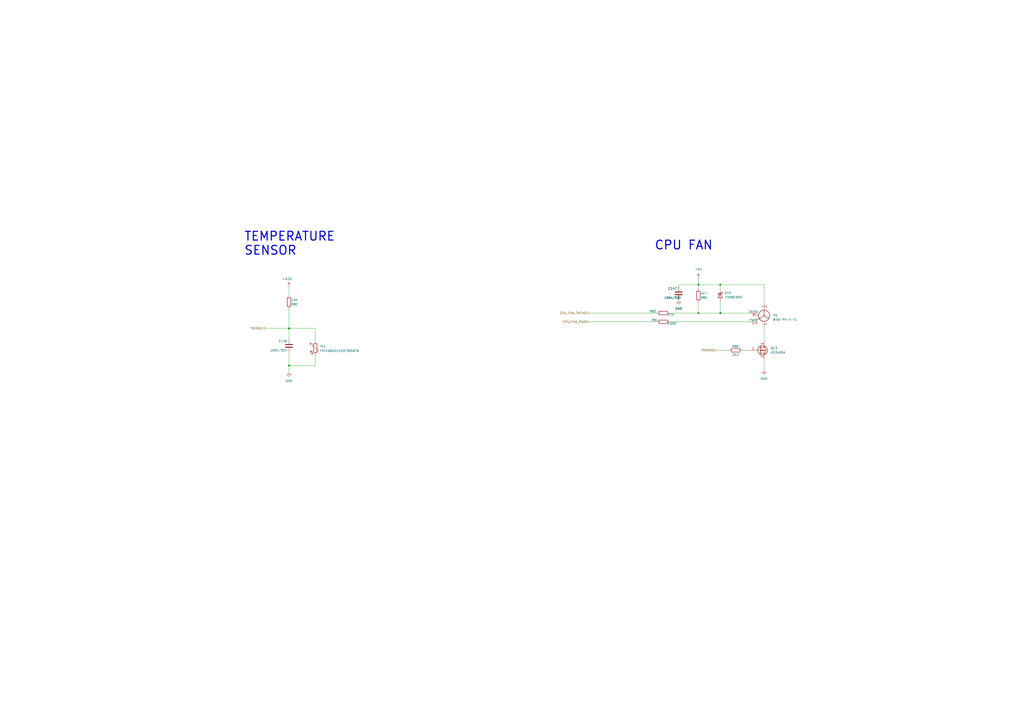
<source format=kicad_sch>
(kicad_sch
	(version 20250114)
	(generator "eeschema")
	(generator_version "9.0")
	(uuid "3da57c5b-4242-447a-8e1a-9766256cb8c1")
	(paper "A2")
	(title_block
		(title "LattePanda Mu Console")
		(date "2025-07-30")
		(rev "V1.0")
	)
	(lib_symbols
		(symbol "Device:C"
			(pin_numbers
				(hide yes)
			)
			(pin_names
				(offset 0.254)
			)
			(exclude_from_sim no)
			(in_bom yes)
			(on_board yes)
			(property "Reference" "C"
				(at 0.635 2.54 0)
				(effects
					(font
						(size 1.27 1.27)
					)
					(justify left)
				)
			)
			(property "Value" "C"
				(at 0.635 -2.54 0)
				(effects
					(font
						(size 1.27 1.27)
					)
					(justify left)
				)
			)
			(property "Footprint" ""
				(at 0.9652 -3.81 0)
				(effects
					(font
						(size 1.27 1.27)
					)
					(hide yes)
				)
			)
			(property "Datasheet" "~"
				(at 0 0 0)
				(effects
					(font
						(size 1.27 1.27)
					)
					(hide yes)
				)
			)
			(property "Description" "Unpolarized capacitor"
				(at 0 0 0)
				(effects
					(font
						(size 1.27 1.27)
					)
					(hide yes)
				)
			)
			(property "ki_keywords" "cap capacitor"
				(at 0 0 0)
				(effects
					(font
						(size 1.27 1.27)
					)
					(hide yes)
				)
			)
			(property "ki_fp_filters" "C_*"
				(at 0 0 0)
				(effects
					(font
						(size 1.27 1.27)
					)
					(hide yes)
				)
			)
			(symbol "C_0_1"
				(polyline
					(pts
						(xy -2.032 0.762) (xy 2.032 0.762)
					)
					(stroke
						(width 0.508)
						(type default)
					)
					(fill
						(type none)
					)
				)
				(polyline
					(pts
						(xy -2.032 -0.762) (xy 2.032 -0.762)
					)
					(stroke
						(width 0.508)
						(type default)
					)
					(fill
						(type none)
					)
				)
			)
			(symbol "C_1_1"
				(pin passive line
					(at 0 3.81 270)
					(length 2.794)
					(name "~"
						(effects
							(font
								(size 1.27 1.27)
							)
						)
					)
					(number "1"
						(effects
							(font
								(size 1.27 1.27)
							)
						)
					)
				)
				(pin passive line
					(at 0 -3.81 90)
					(length 2.794)
					(name "~"
						(effects
							(font
								(size 1.27 1.27)
							)
						)
					)
					(number "2"
						(effects
							(font
								(size 1.27 1.27)
							)
						)
					)
				)
			)
			(embedded_fonts no)
		)
		(symbol "Device:R"
			(pin_numbers
				(hide yes)
			)
			(pin_names
				(offset 0)
			)
			(exclude_from_sim no)
			(in_bom yes)
			(on_board yes)
			(property "Reference" "R"
				(at 2.032 0 90)
				(effects
					(font
						(size 1.27 1.27)
					)
				)
			)
			(property "Value" "R"
				(at 0 0 90)
				(effects
					(font
						(size 1.27 1.27)
					)
				)
			)
			(property "Footprint" ""
				(at -1.778 0 90)
				(effects
					(font
						(size 1.27 1.27)
					)
					(hide yes)
				)
			)
			(property "Datasheet" "~"
				(at 0 0 0)
				(effects
					(font
						(size 1.27 1.27)
					)
					(hide yes)
				)
			)
			(property "Description" "Resistor"
				(at 0 0 0)
				(effects
					(font
						(size 1.27 1.27)
					)
					(hide yes)
				)
			)
			(property "ki_keywords" "R res resistor"
				(at 0 0 0)
				(effects
					(font
						(size 1.27 1.27)
					)
					(hide yes)
				)
			)
			(property "ki_fp_filters" "R_*"
				(at 0 0 0)
				(effects
					(font
						(size 1.27 1.27)
					)
					(hide yes)
				)
			)
			(symbol "R_0_1"
				(rectangle
					(start -1.016 -2.54)
					(end 1.016 2.54)
					(stroke
						(width 0.254)
						(type default)
					)
					(fill
						(type none)
					)
				)
			)
			(symbol "R_1_1"
				(pin passive line
					(at 0 3.81 270)
					(length 1.27)
					(name "~"
						(effects
							(font
								(size 1.27 1.27)
							)
						)
					)
					(number "1"
						(effects
							(font
								(size 1.27 1.27)
							)
						)
					)
				)
				(pin passive line
					(at 0 -3.81 90)
					(length 1.27)
					(name "~"
						(effects
							(font
								(size 1.27 1.27)
							)
						)
					)
					(number "2"
						(effects
							(font
								(size 1.27 1.27)
							)
						)
					)
				)
			)
			(embedded_fonts no)
		)
		(symbol "Device:Thermistor_NTC"
			(pin_numbers
				(hide yes)
			)
			(pin_names
				(offset 0)
			)
			(exclude_from_sim no)
			(in_bom yes)
			(on_board yes)
			(property "Reference" "TH"
				(at -4.445 0 90)
				(effects
					(font
						(size 1.27 1.27)
					)
				)
			)
			(property "Value" "Thermistor_NTC"
				(at 3.175 0 90)
				(effects
					(font
						(size 1.27 1.27)
					)
				)
			)
			(property "Footprint" ""
				(at 0 1.27 0)
				(effects
					(font
						(size 1.27 1.27)
					)
					(hide yes)
				)
			)
			(property "Datasheet" "~"
				(at 0 1.27 0)
				(effects
					(font
						(size 1.27 1.27)
					)
					(hide yes)
				)
			)
			(property "Description" "Temperature dependent resistor, negative temperature coefficient"
				(at 0 0 0)
				(effects
					(font
						(size 1.27 1.27)
					)
					(hide yes)
				)
			)
			(property "ki_keywords" "thermistor NTC resistor sensor RTD"
				(at 0 0 0)
				(effects
					(font
						(size 1.27 1.27)
					)
					(hide yes)
				)
			)
			(property "ki_fp_filters" "*NTC* *Thermistor* PIN?ARRAY* bornier* *Terminal?Block* R_*"
				(at 0 0 0)
				(effects
					(font
						(size 1.27 1.27)
					)
					(hide yes)
				)
			)
			(symbol "Thermistor_NTC_0_1"
				(arc
					(start -3.175 2.413)
					(mid -3.0506 2.3165)
					(end -3.048 2.159)
					(stroke
						(width 0)
						(type default)
					)
					(fill
						(type none)
					)
				)
				(arc
					(start -3.048 2.794)
					(mid -2.9736 2.9736)
					(end -2.794 3.048)
					(stroke
						(width 0)
						(type default)
					)
					(fill
						(type none)
					)
				)
				(arc
					(start -2.794 3.048)
					(mid -2.6144 2.9736)
					(end -2.54 2.794)
					(stroke
						(width 0)
						(type default)
					)
					(fill
						(type none)
					)
				)
				(arc
					(start -2.794 2.54)
					(mid -2.9736 2.6144)
					(end -3.048 2.794)
					(stroke
						(width 0)
						(type default)
					)
					(fill
						(type none)
					)
				)
				(arc
					(start -2.794 1.905)
					(mid -2.9736 1.9794)
					(end -3.048 2.159)
					(stroke
						(width 0)
						(type default)
					)
					(fill
						(type none)
					)
				)
				(arc
					(start -2.54 2.159)
					(mid -2.6144 1.9794)
					(end -2.794 1.905)
					(stroke
						(width 0)
						(type default)
					)
					(fill
						(type none)
					)
				)
				(arc
					(start -2.159 2.794)
					(mid -2.434 2.5608)
					(end -2.794 2.54)
					(stroke
						(width 0)
						(type default)
					)
					(fill
						(type none)
					)
				)
				(polyline
					(pts
						(xy -2.54 2.159) (xy -2.54 2.794)
					)
					(stroke
						(width 0)
						(type default)
					)
					(fill
						(type none)
					)
				)
				(polyline
					(pts
						(xy -2.54 -3.683) (xy -2.54 -1.397) (xy -2.794 -2.159) (xy -2.286 -2.159) (xy -2.54 -1.397) (xy -2.54 -1.651)
					)
					(stroke
						(width 0)
						(type default)
					)
					(fill
						(type outline)
					)
				)
				(polyline
					(pts
						(xy -1.778 2.54) (xy -1.778 1.524) (xy 1.778 -1.524) (xy 1.778 -2.54)
					)
					(stroke
						(width 0)
						(type default)
					)
					(fill
						(type none)
					)
				)
				(polyline
					(pts
						(xy -1.778 -1.397) (xy -1.778 -3.683) (xy -2.032 -2.921) (xy -1.524 -2.921) (xy -1.778 -3.683)
						(xy -1.778 -3.429)
					)
					(stroke
						(width 0)
						(type default)
					)
					(fill
						(type outline)
					)
				)
				(rectangle
					(start -1.016 2.54)
					(end 1.016 -2.54)
					(stroke
						(width 0.254)
						(type default)
					)
					(fill
						(type none)
					)
				)
			)
			(symbol "Thermistor_NTC_1_1"
				(pin passive line
					(at 0 3.81 270)
					(length 1.27)
					(name "~"
						(effects
							(font
								(size 1.27 1.27)
							)
						)
					)
					(number "1"
						(effects
							(font
								(size 1.27 1.27)
							)
						)
					)
				)
				(pin passive line
					(at 0 -3.81 90)
					(length 1.27)
					(name "~"
						(effects
							(font
								(size 1.27 1.27)
							)
						)
					)
					(number "2"
						(effects
							(font
								(size 1.27 1.27)
							)
						)
					)
				)
			)
			(embedded_fonts no)
		)
		(symbol "Diode:1N5819WS"
			(pin_numbers
				(hide yes)
			)
			(pin_names
				(offset 1.016)
				(hide yes)
			)
			(exclude_from_sim no)
			(in_bom yes)
			(on_board yes)
			(property "Reference" "D"
				(at 0 2.54 0)
				(effects
					(font
						(size 1.27 1.27)
					)
				)
			)
			(property "Value" "1N5819WS"
				(at 0 -2.54 0)
				(effects
					(font
						(size 1.27 1.27)
					)
				)
			)
			(property "Footprint" "Diode_SMD:D_SOD-323"
				(at 0 -4.445 0)
				(effects
					(font
						(size 1.27 1.27)
					)
					(hide yes)
				)
			)
			(property "Datasheet" "https://datasheet.lcsc.com/lcsc/2204281430_Guangdong-Hottech-1N5819WS_C191023.pdf"
				(at 0 0 0)
				(effects
					(font
						(size 1.27 1.27)
					)
					(hide yes)
				)
			)
			(property "Description" "40V 600mV@1A 1A SOD-323 Schottky Barrier Diodes, SOD-323"
				(at 0 0 0)
				(effects
					(font
						(size 1.27 1.27)
					)
					(hide yes)
				)
			)
			(property "ki_keywords" "diode Schottky"
				(at 0 0 0)
				(effects
					(font
						(size 1.27 1.27)
					)
					(hide yes)
				)
			)
			(property "ki_fp_filters" "D*SOD?323*"
				(at 0 0 0)
				(effects
					(font
						(size 1.27 1.27)
					)
					(hide yes)
				)
			)
			(symbol "1N5819WS_0_1"
				(polyline
					(pts
						(xy -1.905 0.635) (xy -1.905 1.27) (xy -1.27 1.27) (xy -1.27 -1.27) (xy -0.635 -1.27) (xy -0.635 -0.635)
					)
					(stroke
						(width 0.254)
						(type default)
					)
					(fill
						(type none)
					)
				)
				(polyline
					(pts
						(xy 1.27 1.27) (xy 1.27 -1.27) (xy -1.27 0) (xy 1.27 1.27)
					)
					(stroke
						(width 0.254)
						(type default)
					)
					(fill
						(type none)
					)
				)
				(polyline
					(pts
						(xy 1.27 0) (xy -1.27 0)
					)
					(stroke
						(width 0)
						(type default)
					)
					(fill
						(type none)
					)
				)
			)
			(symbol "1N5819WS_1_1"
				(pin passive line
					(at -3.81 0 0)
					(length 2.54)
					(name "K"
						(effects
							(font
								(size 1.27 1.27)
							)
						)
					)
					(number "1"
						(effects
							(font
								(size 1.27 1.27)
							)
						)
					)
				)
				(pin passive line
					(at 3.81 0 180)
					(length 2.54)
					(name "A"
						(effects
							(font
								(size 1.27 1.27)
							)
						)
					)
					(number "2"
						(effects
							(font
								(size 1.27 1.27)
							)
						)
					)
				)
			)
			(embedded_fonts no)
		)
		(symbol "Motor:Fan_4pin"
			(pin_names
				(offset 0)
			)
			(exclude_from_sim no)
			(in_bom yes)
			(on_board yes)
			(property "Reference" "M"
				(at 2.54 5.08 0)
				(effects
					(font
						(size 1.27 1.27)
					)
					(justify left)
				)
			)
			(property "Value" "Fan_4pin"
				(at 2.54 -2.54 0)
				(effects
					(font
						(size 1.27 1.27)
					)
					(justify left top)
				)
			)
			(property "Footprint" ""
				(at 0 0.254 0)
				(effects
					(font
						(size 1.27 1.27)
					)
					(hide yes)
				)
			)
			(property "Datasheet" "http://www.formfactors.org/developer%5Cspecs%5Crev1_2_public.pdf"
				(at 0 0.254 0)
				(effects
					(font
						(size 1.27 1.27)
					)
					(hide yes)
				)
			)
			(property "Description" "Fan, tacho output, PWM input, 4-pin connector"
				(at 0 0 0)
				(effects
					(font
						(size 1.27 1.27)
					)
					(hide yes)
				)
			)
			(property "ki_keywords" "Fan Motor tacho PWM"
				(at 0 0 0)
				(effects
					(font
						(size 1.27 1.27)
					)
					(hide yes)
				)
			)
			(property "ki_fp_filters" "FanPinHeader*P2.54mm*Vertical* PinHeader*P2.54mm*Vertical* TerminalBlock*"
				(at 0 0 0)
				(effects
					(font
						(size 1.27 1.27)
					)
					(hide yes)
				)
			)
			(symbol "Fan_4pin_0_0"
				(polyline
					(pts
						(xy -5.08 2.032) (xy -5.334 2.159)
					)
					(stroke
						(width 0)
						(type default)
					)
					(fill
						(type none)
					)
				)
				(polyline
					(pts
						(xy -5.08 2.032) (xy -5.207 1.778)
					)
					(stroke
						(width 0)
						(type default)
					)
					(fill
						(type none)
					)
				)
				(arc
					(start -4.572 1.524)
					(mid -5.08 1.0182)
					(end -5.588 1.524)
					(stroke
						(width 0)
						(type default)
					)
					(fill
						(type none)
					)
				)
				(arc
					(start -5.588 1.524)
					(mid -5.4392 1.8832)
					(end -5.08 2.032)
					(stroke
						(width 0)
						(type default)
					)
					(fill
						(type none)
					)
				)
				(polyline
					(pts
						(xy -4.064 2.54) (xy -4.064 1.016) (xy -3.302 1.016)
					)
					(stroke
						(width 0)
						(type default)
					)
					(fill
						(type none)
					)
				)
			)
			(symbol "Fan_4pin_0_1"
				(polyline
					(pts
						(xy -5.334 -3.302) (xy -5.08 -3.302) (xy -5.08 -3.048) (xy -4.826 -3.048) (xy -4.826 -3.302) (xy -4.318 -3.302)
						(xy -4.318 -3.048) (xy -4.064 -3.048) (xy -4.064 -3.302) (xy -3.556 -3.302)
					)
					(stroke
						(width 0)
						(type default)
					)
					(fill
						(type none)
					)
				)
				(polyline
					(pts
						(xy -4.064 2.54) (xy -5.08 2.54)
					)
					(stroke
						(width 0)
						(type default)
					)
					(fill
						(type none)
					)
				)
				(polyline
					(pts
						(xy -2.54 -1.016) (xy -4.064 -1.016) (xy -4.064 -2.54) (xy -5.08 -2.54)
					)
					(stroke
						(width 0)
						(type default)
					)
					(fill
						(type none)
					)
				)
				(arc
					(start 0 3.81)
					(mid -0.0015 0.9048)
					(end -2.54 -0.508)
					(stroke
						(width 0)
						(type default)
					)
					(fill
						(type none)
					)
				)
				(polyline
					(pts
						(xy 0 4.572) (xy 0 5.08)
					)
					(stroke
						(width 0)
						(type default)
					)
					(fill
						(type none)
					)
				)
				(polyline
					(pts
						(xy 0 4.2672) (xy 0 4.6228)
					)
					(stroke
						(width 0)
						(type default)
					)
					(fill
						(type none)
					)
				)
				(circle
					(center 0 1.016)
					(radius 3.2512)
					(stroke
						(width 0.254)
						(type default)
					)
					(fill
						(type none)
					)
				)
				(arc
					(start -2.54 -0.508)
					(mid 0 1.0618)
					(end 2.54 -0.508)
					(stroke
						(width 0)
						(type default)
					)
					(fill
						(type none)
					)
				)
				(polyline
					(pts
						(xy 0 -2.2352) (xy 0 -2.6416)
					)
					(stroke
						(width 0)
						(type default)
					)
					(fill
						(type none)
					)
				)
				(polyline
					(pts
						(xy 0 -5.08) (xy 0 -4.572)
					)
					(stroke
						(width 0)
						(type default)
					)
					(fill
						(type none)
					)
				)
				(arc
					(start 2.54 -0.508)
					(mid 0.047 0.9315)
					(end 0 3.81)
					(stroke
						(width 0)
						(type default)
					)
					(fill
						(type none)
					)
				)
			)
			(symbol "Fan_4pin_1_1"
				(pin passive line
					(at -7.62 2.54 0)
					(length 2.54)
					(name "Tacho"
						(effects
							(font
								(size 1.27 1.27)
							)
						)
					)
					(number "3"
						(effects
							(font
								(size 1.27 1.27)
							)
						)
					)
				)
				(pin input line
					(at -7.62 -2.54 0)
					(length 2.54)
					(name "PWM"
						(effects
							(font
								(size 1.27 1.27)
							)
						)
					)
					(number "4"
						(effects
							(font
								(size 1.27 1.27)
							)
						)
					)
				)
				(pin passive line
					(at 0 7.62 270)
					(length 2.54)
					(name "+"
						(effects
							(font
								(size 1.27 1.27)
							)
						)
					)
					(number "2"
						(effects
							(font
								(size 1.27 1.27)
							)
						)
					)
				)
				(pin passive line
					(at 0 -5.08 90)
					(length 2.54)
					(name "-"
						(effects
							(font
								(size 1.27 1.27)
							)
						)
					)
					(number "1"
						(effects
							(font
								(size 1.27 1.27)
							)
						)
					)
				)
			)
			(embedded_fonts no)
		)
		(symbol "Transistor_FET:AO3400A"
			(pin_names
				(hide yes)
			)
			(exclude_from_sim no)
			(in_bom yes)
			(on_board yes)
			(property "Reference" "Q"
				(at 5.08 1.905 0)
				(effects
					(font
						(size 1.27 1.27)
					)
					(justify left)
				)
			)
			(property "Value" "AO3400A"
				(at 5.08 0 0)
				(effects
					(font
						(size 1.27 1.27)
					)
					(justify left)
				)
			)
			(property "Footprint" "Package_TO_SOT_SMD:SOT-23"
				(at 5.08 -1.905 0)
				(effects
					(font
						(size 1.27 1.27)
						(italic yes)
					)
					(justify left)
					(hide yes)
				)
			)
			(property "Datasheet" "http://www.aosmd.com/pdfs/datasheet/AO3400A.pdf"
				(at 5.08 -3.81 0)
				(effects
					(font
						(size 1.27 1.27)
					)
					(justify left)
					(hide yes)
				)
			)
			(property "Description" "30V Vds, 5.7A Id, N-Channel MOSFET, SOT-23"
				(at 0 0 0)
				(effects
					(font
						(size 1.27 1.27)
					)
					(hide yes)
				)
			)
			(property "ki_keywords" "N-Channel MOSFET"
				(at 0 0 0)
				(effects
					(font
						(size 1.27 1.27)
					)
					(hide yes)
				)
			)
			(property "ki_fp_filters" "SOT?23*"
				(at 0 0 0)
				(effects
					(font
						(size 1.27 1.27)
					)
					(hide yes)
				)
			)
			(symbol "AO3400A_0_1"
				(polyline
					(pts
						(xy 0.254 1.905) (xy 0.254 -1.905)
					)
					(stroke
						(width 0.254)
						(type default)
					)
					(fill
						(type none)
					)
				)
				(polyline
					(pts
						(xy 0.254 0) (xy -2.54 0)
					)
					(stroke
						(width 0)
						(type default)
					)
					(fill
						(type none)
					)
				)
				(polyline
					(pts
						(xy 0.762 2.286) (xy 0.762 1.27)
					)
					(stroke
						(width 0.254)
						(type default)
					)
					(fill
						(type none)
					)
				)
				(polyline
					(pts
						(xy 0.762 0.508) (xy 0.762 -0.508)
					)
					(stroke
						(width 0.254)
						(type default)
					)
					(fill
						(type none)
					)
				)
				(polyline
					(pts
						(xy 0.762 -1.27) (xy 0.762 -2.286)
					)
					(stroke
						(width 0.254)
						(type default)
					)
					(fill
						(type none)
					)
				)
				(polyline
					(pts
						(xy 0.762 -1.778) (xy 3.302 -1.778) (xy 3.302 1.778) (xy 0.762 1.778)
					)
					(stroke
						(width 0)
						(type default)
					)
					(fill
						(type none)
					)
				)
				(polyline
					(pts
						(xy 1.016 0) (xy 2.032 0.381) (xy 2.032 -0.381) (xy 1.016 0)
					)
					(stroke
						(width 0)
						(type default)
					)
					(fill
						(type outline)
					)
				)
				(circle
					(center 1.651 0)
					(radius 2.794)
					(stroke
						(width 0.254)
						(type default)
					)
					(fill
						(type none)
					)
				)
				(polyline
					(pts
						(xy 2.54 2.54) (xy 2.54 1.778)
					)
					(stroke
						(width 0)
						(type default)
					)
					(fill
						(type none)
					)
				)
				(circle
					(center 2.54 1.778)
					(radius 0.254)
					(stroke
						(width 0)
						(type default)
					)
					(fill
						(type outline)
					)
				)
				(circle
					(center 2.54 -1.778)
					(radius 0.254)
					(stroke
						(width 0)
						(type default)
					)
					(fill
						(type outline)
					)
				)
				(polyline
					(pts
						(xy 2.54 -2.54) (xy 2.54 0) (xy 0.762 0)
					)
					(stroke
						(width 0)
						(type default)
					)
					(fill
						(type none)
					)
				)
				(polyline
					(pts
						(xy 2.794 0.508) (xy 2.921 0.381) (xy 3.683 0.381) (xy 3.81 0.254)
					)
					(stroke
						(width 0)
						(type default)
					)
					(fill
						(type none)
					)
				)
				(polyline
					(pts
						(xy 3.302 0.381) (xy 2.921 -0.254) (xy 3.683 -0.254) (xy 3.302 0.381)
					)
					(stroke
						(width 0)
						(type default)
					)
					(fill
						(type none)
					)
				)
			)
			(symbol "AO3400A_1_1"
				(pin input line
					(at -5.08 0 0)
					(length 2.54)
					(name "G"
						(effects
							(font
								(size 1.27 1.27)
							)
						)
					)
					(number "1"
						(effects
							(font
								(size 1.27 1.27)
							)
						)
					)
				)
				(pin passive line
					(at 2.54 5.08 270)
					(length 2.54)
					(name "D"
						(effects
							(font
								(size 1.27 1.27)
							)
						)
					)
					(number "3"
						(effects
							(font
								(size 1.27 1.27)
							)
						)
					)
				)
				(pin passive line
					(at 2.54 -5.08 90)
					(length 2.54)
					(name "S"
						(effects
							(font
								(size 1.27 1.27)
							)
						)
					)
					(number "2"
						(effects
							(font
								(size 1.27 1.27)
							)
						)
					)
				)
			)
			(embedded_fonts no)
		)
		(symbol "power:+5V"
			(power)
			(pin_numbers
				(hide yes)
			)
			(pin_names
				(offset 0)
				(hide yes)
			)
			(exclude_from_sim no)
			(in_bom yes)
			(on_board yes)
			(property "Reference" "#PWR"
				(at 0 -3.81 0)
				(effects
					(font
						(size 1.27 1.27)
					)
					(hide yes)
				)
			)
			(property "Value" "+5V"
				(at 0 3.556 0)
				(effects
					(font
						(size 1.27 1.27)
					)
				)
			)
			(property "Footprint" ""
				(at 0 0 0)
				(effects
					(font
						(size 1.27 1.27)
					)
					(hide yes)
				)
			)
			(property "Datasheet" ""
				(at 0 0 0)
				(effects
					(font
						(size 1.27 1.27)
					)
					(hide yes)
				)
			)
			(property "Description" "Power symbol creates a global label with name \"+5V\""
				(at 0 0 0)
				(effects
					(font
						(size 1.27 1.27)
					)
					(hide yes)
				)
			)
			(property "ki_keywords" "global power"
				(at 0 0 0)
				(effects
					(font
						(size 1.27 1.27)
					)
					(hide yes)
				)
			)
			(symbol "+5V_0_1"
				(polyline
					(pts
						(xy -0.762 1.27) (xy 0 2.54)
					)
					(stroke
						(width 0)
						(type default)
					)
					(fill
						(type none)
					)
				)
				(polyline
					(pts
						(xy 0 2.54) (xy 0.762 1.27)
					)
					(stroke
						(width 0)
						(type default)
					)
					(fill
						(type none)
					)
				)
				(polyline
					(pts
						(xy 0 0) (xy 0 2.54)
					)
					(stroke
						(width 0)
						(type default)
					)
					(fill
						(type none)
					)
				)
			)
			(symbol "+5V_1_1"
				(pin power_in line
					(at 0 0 90)
					(length 0)
					(name "~"
						(effects
							(font
								(size 1.27 1.27)
							)
						)
					)
					(number "1"
						(effects
							(font
								(size 1.27 1.27)
							)
						)
					)
				)
			)
			(embedded_fonts no)
		)
		(symbol "power:GND"
			(power)
			(pin_numbers
				(hide yes)
			)
			(pin_names
				(offset 0)
				(hide yes)
			)
			(exclude_from_sim no)
			(in_bom yes)
			(on_board yes)
			(property "Reference" "#PWR"
				(at 0 -6.35 0)
				(effects
					(font
						(size 1.27 1.27)
					)
					(hide yes)
				)
			)
			(property "Value" "GND"
				(at 0 -3.81 0)
				(effects
					(font
						(size 1.27 1.27)
					)
				)
			)
			(property "Footprint" ""
				(at 0 0 0)
				(effects
					(font
						(size 1.27 1.27)
					)
					(hide yes)
				)
			)
			(property "Datasheet" ""
				(at 0 0 0)
				(effects
					(font
						(size 1.27 1.27)
					)
					(hide yes)
				)
			)
			(property "Description" "Power symbol creates a global label with name \"GND\" , ground"
				(at 0 0 0)
				(effects
					(font
						(size 1.27 1.27)
					)
					(hide yes)
				)
			)
			(property "ki_keywords" "global power"
				(at 0 0 0)
				(effects
					(font
						(size 1.27 1.27)
					)
					(hide yes)
				)
			)
			(symbol "GND_0_1"
				(polyline
					(pts
						(xy 0 0) (xy 0 -1.27) (xy 1.27 -1.27) (xy 0 -2.54) (xy -1.27 -1.27) (xy 0 -1.27)
					)
					(stroke
						(width 0)
						(type default)
					)
					(fill
						(type none)
					)
				)
			)
			(symbol "GND_1_1"
				(pin power_in line
					(at 0 0 270)
					(length 0)
					(name "~"
						(effects
							(font
								(size 1.27 1.27)
							)
						)
					)
					(number "1"
						(effects
							(font
								(size 1.27 1.27)
							)
						)
					)
				)
			)
			(embedded_fonts no)
		)
	)
	(text "TEMPERATURE\nSENSOR"
		(exclude_from_sim no)
		(at 141.478 148.336 0)
		(effects
			(font
				(size 5.08 5.08)
				(thickness 0.635)
			)
			(justify left bottom)
		)
		(uuid "59c92524-dc98-48a2-a67a-ff3e63430944")
	)
	(text "CPU FAN"
		(exclude_from_sim no)
		(at 379.476 145.288 0)
		(effects
			(font
				(size 5.08 5.08)
				(thickness 0.635)
			)
			(justify left bottom)
		)
		(uuid "62751332-3bb0-4855-9571-63320d8c0784")
	)
	(junction
		(at 405.13 181.61)
		(diameter 0)
		(color 0 0 0 0)
		(uuid "25a1f262-3a32-4538-9714-01c922d1ecdf")
	)
	(junction
		(at 417.83 181.61)
		(diameter 0)
		(color 0 0 0 0)
		(uuid "4ee959b8-4ba1-476f-a20f-8c70a4302f8b")
	)
	(junction
		(at 417.83 165.1)
		(diameter 0)
		(color 0 0 0 0)
		(uuid "a4fb8b29-5388-421e-8350-9174a40863c1")
	)
	(junction
		(at 167.64 190.5)
		(diameter 0)
		(color 0 0 0 0)
		(uuid "da10705b-c298-48ca-81d5-b7e6eb47c9a9")
	)
	(junction
		(at 405.13 165.1)
		(diameter 0)
		(color 0 0 0 0)
		(uuid "dca65b45-df39-4d2f-bc87-0373bdb39fca")
	)
	(junction
		(at 167.64 212.09)
		(diameter 0)
		(color 0 0 0 0)
		(uuid "f7ccef4c-c3d0-46d8-ba49-b6869b16af41")
	)
	(wire
		(pts
			(xy 415.29 203.2) (xy 422.91 203.2)
		)
		(stroke
			(width 0)
			(type default)
		)
		(uuid "0d45aab7-1425-4c77-ac73-0e3a49516bc5")
	)
	(wire
		(pts
			(xy 405.13 161.29) (xy 405.13 165.1)
		)
		(stroke
			(width 0)
			(type default)
		)
		(uuid "144a0ce4-3a46-488e-8b27-6ede2fcbdd41")
	)
	(wire
		(pts
			(xy 443.23 165.1) (xy 417.83 165.1)
		)
		(stroke
			(width 0)
			(type default)
		)
		(uuid "1abdfa09-8354-47c5-bafa-b70381bdd773")
	)
	(wire
		(pts
			(xy 417.83 167.64) (xy 417.83 165.1)
		)
		(stroke
			(width 0)
			(type default)
		)
		(uuid "2e52e922-2978-4eb9-b3d6-804c6447b48a")
	)
	(wire
		(pts
			(xy 393.7 165.1) (xy 405.13 165.1)
		)
		(stroke
			(width 0)
			(type default)
		)
		(uuid "34d9cbb0-f5d1-42fe-a895-58853fbc202d")
	)
	(wire
		(pts
			(xy 167.64 212.09) (xy 167.64 215.9)
		)
		(stroke
			(width 0)
			(type default)
		)
		(uuid "38412eb9-5961-4ea8-a4ea-d324c9f49db9")
	)
	(wire
		(pts
			(xy 341.63 181.61) (xy 381 181.61)
		)
		(stroke
			(width 0)
			(type default)
		)
		(uuid "3f456a7d-3c79-499f-ab9b-2b4a9013110b")
	)
	(wire
		(pts
			(xy 430.53 203.2) (xy 435.61 203.2)
		)
		(stroke
			(width 0)
			(type default)
		)
		(uuid "42d81d2d-7acf-4443-bc8b-39640f8d2a59")
	)
	(wire
		(pts
			(xy 405.13 181.61) (xy 417.83 181.61)
		)
		(stroke
			(width 0)
			(type default)
		)
		(uuid "4700a476-0bb0-4561-b628-95583f7cb325")
	)
	(wire
		(pts
			(xy 167.64 212.09) (xy 182.88 212.09)
		)
		(stroke
			(width 0)
			(type default)
		)
		(uuid "497a59ea-1d2a-4308-9722-dd4b8b5a07ab")
	)
	(wire
		(pts
			(xy 443.23 176.53) (xy 443.23 165.1)
		)
		(stroke
			(width 0)
			(type default)
		)
		(uuid "4f107de2-026f-48c0-9481-fba471098e10")
	)
	(wire
		(pts
			(xy 388.62 186.69) (xy 435.61 186.69)
		)
		(stroke
			(width 0)
			(type default)
		)
		(uuid "5eafb2c5-6b22-4a00-8cd1-962a32814a64")
	)
	(wire
		(pts
			(xy 182.88 205.74) (xy 182.88 212.09)
		)
		(stroke
			(width 0)
			(type default)
		)
		(uuid "70b76a49-713b-43da-9411-14c17c86f48a")
	)
	(wire
		(pts
			(xy 417.83 165.1) (xy 405.13 165.1)
		)
		(stroke
			(width 0)
			(type default)
		)
		(uuid "744f401c-a57f-4f7d-85b4-5ce2da03473f")
	)
	(wire
		(pts
			(xy 167.64 190.5) (xy 182.88 190.5)
		)
		(stroke
			(width 0)
			(type default)
		)
		(uuid "77502cce-f145-4f46-bbbd-098dbb5271a4")
	)
	(wire
		(pts
			(xy 341.63 186.69) (xy 381 186.69)
		)
		(stroke
			(width 0)
			(type default)
		)
		(uuid "7983c5e8-f9de-4427-b01d-4d345384d8b6")
	)
	(wire
		(pts
			(xy 388.62 181.61) (xy 405.13 181.61)
		)
		(stroke
			(width 0)
			(type default)
		)
		(uuid "7f53c055-0f56-455b-bc32-841c5855023c")
	)
	(wire
		(pts
			(xy 167.64 190.5) (xy 167.64 196.85)
		)
		(stroke
			(width 0)
			(type default)
		)
		(uuid "9437c50a-b073-4346-9a4e-c9e91cafa660")
	)
	(wire
		(pts
			(xy 443.23 189.23) (xy 443.23 198.12)
		)
		(stroke
			(width 0)
			(type default)
		)
		(uuid "96b8e5e4-8025-44f2-a46b-2f6f68957cd2")
	)
	(wire
		(pts
			(xy 393.7 166.37) (xy 393.7 165.1)
		)
		(stroke
			(width 0)
			(type default)
		)
		(uuid "99e491a8-5044-40aa-8db8-324902e2856a")
	)
	(wire
		(pts
			(xy 167.64 166.37) (xy 167.64 171.45)
		)
		(stroke
			(width 0)
			(type default)
		)
		(uuid "b3ebdbd9-ac28-4941-97c9-5fc75135bc06")
	)
	(wire
		(pts
			(xy 435.61 181.61) (xy 417.83 181.61)
		)
		(stroke
			(width 0)
			(type default)
		)
		(uuid "b7e5e413-a361-4862-a08a-cf7a5070ad65")
	)
	(wire
		(pts
			(xy 182.88 198.12) (xy 182.88 190.5)
		)
		(stroke
			(width 0)
			(type default)
		)
		(uuid "bb4f959a-7eaf-4a00-b190-fbdab5f3cbb1")
	)
	(wire
		(pts
			(xy 167.64 179.07) (xy 167.64 190.5)
		)
		(stroke
			(width 0)
			(type default)
		)
		(uuid "d6f30bec-b67c-4045-823f-3a6dc863a7d2")
	)
	(wire
		(pts
			(xy 417.83 181.61) (xy 417.83 175.26)
		)
		(stroke
			(width 0)
			(type default)
		)
		(uuid "d7413bcb-b5ee-4cd3-983f-679b681f3835")
	)
	(wire
		(pts
			(xy 405.13 175.26) (xy 405.13 181.61)
		)
		(stroke
			(width 0)
			(type default)
		)
		(uuid "daaf150c-3bd7-4243-859a-d6cb59b7cb0d")
	)
	(wire
		(pts
			(xy 153.67 190.5) (xy 167.64 190.5)
		)
		(stroke
			(width 0)
			(type default)
		)
		(uuid "e0059bfb-b31d-4352-b40e-ee9ec0787224")
	)
	(wire
		(pts
			(xy 167.64 204.47) (xy 167.64 212.09)
		)
		(stroke
			(width 0)
			(type default)
		)
		(uuid "eb19079a-2465-4107-b02b-d908ebe52d68")
	)
	(wire
		(pts
			(xy 405.13 165.1) (xy 405.13 167.64)
		)
		(stroke
			(width 0)
			(type default)
		)
		(uuid "ebc2232b-52ff-4abf-9dd2-e8b02fa4c85d")
	)
	(wire
		(pts
			(xy 443.23 208.28) (xy 443.23 214.63)
		)
		(stroke
			(width 0)
			(type default)
		)
		(uuid "ec7a9ea9-1a93-407b-9fe7-8ddf888d25e5")
	)
	(hierarchical_label "CPU_FAN_PWM"
		(shape input)
		(at 341.63 186.69 180)
		(effects
			(font
				(size 1.27 1.27)
			)
			(justify right)
		)
		(uuid "1a839b0a-be6e-40a3-9632-ef861849d027")
	)
	(hierarchical_label "CPU_FAN_TACHO"
		(shape output)
		(at 341.63 181.61 180)
		(effects
			(font
				(size 1.27 1.27)
			)
			(justify right)
		)
		(uuid "2f9b6d3c-591d-4f0e-a5b5-50081413755b")
	)
	(hierarchical_label "PWRON"
		(shape input)
		(at 415.29 203.2 180)
		(effects
			(font
				(size 1.27 1.27)
			)
			(justify right)
		)
		(uuid "8e381482-c866-4f16-890d-a16e415dd72c")
	)
	(hierarchical_label "TSENSE"
		(shape output)
		(at 153.67 190.5 180)
		(effects
			(font
				(size 1.27 1.27)
			)
			(justify right)
		)
		(uuid "f649de92-90f7-478f-a7c9-25ab210c6a65")
	)
	(symbol
		(lib_id "Device:C")
		(at 167.64 200.66 0)
		(unit 1)
		(exclude_from_sim no)
		(in_bom yes)
		(on_board yes)
		(dnp no)
		(uuid "32781e1b-5e1e-4a24-87d8-0425559c9d9e")
		(property "Reference" "C146"
			(at 164.084 197.866 0)
			(effects
				(font
					(size 1.27 1.27)
				)
			)
		)
		(property "Value" "100n/50V"
			(at 161.544 203.2 0)
			(effects
				(font
					(size 1.27 1.27)
				)
			)
		)
		(property "Footprint" "Capacitor_SMD:C_0603_1608Metric"
			(at 168.6052 204.47 0)
			(effects
				(font
					(size 1.27 1.27)
				)
				(hide yes)
			)
		)
		(property "Datasheet" "~"
			(at 167.64 200.66 0)
			(effects
				(font
					(size 1.27 1.27)
				)
				(hide yes)
			)
		)
		(property "Description" "Unpolarized capacitor"
			(at 167.64 200.66 0)
			(effects
				(font
					(size 1.27 1.27)
				)
				(hide yes)
			)
		)
		(property "SCH_Show_Footprint" "C0402"
			(at 167.64 200.66 0)
			(effects
				(font
					(size 1.27 1.27)
				)
				(hide yes)
			)
		)
		(property "Sim.Device" ""
			(at 167.64 200.66 0)
			(effects
				(font
					(size 1.27 1.27)
				)
				(hide yes)
			)
		)
		(property "Sim.Pins" ""
			(at 167.64 200.66 0)
			(effects
				(font
					(size 1.27 1.27)
				)
				(hide yes)
			)
		)
		(property "Sim.Type" ""
			(at 167.64 200.66 0)
			(effects
				(font
					(size 1.27 1.27)
				)
				(hide yes)
			)
		)
		(property "LCSC Part" "C282519"
			(at 167.64 200.66 0)
			(effects
				(font
					(size 1.27 1.27)
				)
				(hide yes)
			)
		)
		(property "DDD Stock" "Yes"
			(at 167.64 200.66 0)
			(effects
				(font
					(size 1.27 1.27)
				)
				(hide yes)
			)
		)
		(property "In Stock" "Yes"
			(at 167.64 200.66 0)
			(effects
				(font
					(size 1.27 1.27)
				)
				(hide yes)
			)
		)
		(property "Package" ""
			(at 167.64 200.66 0)
			(effects
				(font
					(size 1.27 1.27)
				)
			)
		)
		(property "Part#" ""
			(at 167.64 200.66 0)
			(effects
				(font
					(size 1.27 1.27)
				)
			)
		)
		(pin "2"
			(uuid "c6452207-e293-4d3b-8f01-99f815622c82")
		)
		(pin "1"
			(uuid "65d6166f-d5f6-40a5-a6af-2377f2482b0a")
		)
		(instances
			(project "LattePanda_Pure"
				(path "/037207fa-f63c-49e5-a6ce-a6331a16c505/bbb2d736-1a7e-4f90-8e0f-6ea03b915ce2"
					(reference "C146")
					(unit 1)
				)
			)
		)
	)
	(symbol
		(lib_id "Device:R")
		(at 426.72 203.2 90)
		(unit 1)
		(exclude_from_sim no)
		(in_bom yes)
		(on_board yes)
		(dnp no)
		(uuid "48e339e3-fcfc-4d25-af37-b40713d24a18")
		(property "Reference" "R86"
			(at 428.498 200.914 90)
			(effects
				(font
					(size 1.27 1.27)
				)
				(justify left)
			)
		)
		(property "Value" "2K2"
			(at 428.498 205.74 90)
			(effects
				(font
					(size 1.27 1.27)
				)
				(justify left)
			)
		)
		(property "Footprint" "Resistor_SMD:R_0603_1608Metric"
			(at 426.72 204.978 90)
			(effects
				(font
					(size 1.27 1.27)
				)
				(hide yes)
			)
		)
		(property "Datasheet" "~"
			(at 426.72 203.2 0)
			(effects
				(font
					(size 1.27 1.27)
				)
				(hide yes)
			)
		)
		(property "Description" "Resistor"
			(at 426.72 203.2 0)
			(effects
				(font
					(size 1.27 1.27)
				)
				(hide yes)
			)
		)
		(property "LCSC Part" "C4190"
			(at 426.72 203.2 0)
			(effects
				(font
					(size 1.27 1.27)
				)
				(hide yes)
			)
		)
		(property "MPN" "0603WAF2201T5E"
			(at 426.72 203.2 0)
			(effects
				(font
					(size 1.27 1.27)
				)
				(hide yes)
			)
		)
		(property "DDD Stock" "Yes"
			(at 426.72 203.2 0)
			(effects
				(font
					(size 1.27 1.27)
				)
				(hide yes)
			)
		)
		(property "In Stock" ""
			(at 426.72 203.2 0)
			(effects
				(font
					(size 1.27 1.27)
				)
				(hide yes)
			)
		)
		(property "Package" ""
			(at 426.72 203.2 0)
			(effects
				(font
					(size 1.27 1.27)
				)
			)
		)
		(property "Part#" ""
			(at 426.72 203.2 0)
			(effects
				(font
					(size 1.27 1.27)
				)
			)
		)
		(pin "1"
			(uuid "4e3848bc-25eb-4041-9795-45787b7918c1")
		)
		(pin "2"
			(uuid "e8811866-75bc-4b9c-92da-98b8b334055c")
		)
		(instances
			(project "LattePanda_Pure_x4"
				(path "/037207fa-f63c-49e5-a6ce-a6331a16c505/bbb2d736-1a7e-4f90-8e0f-6ea03b915ce2"
					(reference "R86")
					(unit 1)
				)
			)
		)
	)
	(symbol
		(lib_id "Device:C")
		(at 393.7 170.18 0)
		(unit 1)
		(exclude_from_sim no)
		(in_bom yes)
		(on_board yes)
		(dnp no)
		(uuid "4b0e26f9-b872-4646-bd1c-9f4a820c5850")
		(property "Reference" "C147"
			(at 390.144 167.386 0)
			(effects
				(font
					(size 1.27 1.27)
				)
			)
		)
		(property "Value" "100n/50V"
			(at 390.144 172.72 0)
			(effects
				(font
					(size 1.27 1.27)
				)
			)
		)
		(property "Footprint" "Capacitor_SMD:C_0603_1608Metric"
			(at 394.6652 173.99 0)
			(effects
				(font
					(size 1.27 1.27)
				)
				(hide yes)
			)
		)
		(property "Datasheet" "~"
			(at 393.7 170.18 0)
			(effects
				(font
					(size 1.27 1.27)
				)
				(hide yes)
			)
		)
		(property "Description" "Unpolarized capacitor"
			(at 393.7 170.18 0)
			(effects
				(font
					(size 1.27 1.27)
				)
				(hide yes)
			)
		)
		(property "SCH_Show_Footprint" "C0402"
			(at 393.7 170.18 0)
			(effects
				(font
					(size 1.27 1.27)
				)
				(hide yes)
			)
		)
		(property "Sim.Device" ""
			(at 393.7 170.18 0)
			(effects
				(font
					(size 1.27 1.27)
				)
				(hide yes)
			)
		)
		(property "Sim.Pins" ""
			(at 393.7 170.18 0)
			(effects
				(font
					(size 1.27 1.27)
				)
				(hide yes)
			)
		)
		(property "Sim.Type" ""
			(at 393.7 170.18 0)
			(effects
				(font
					(size 1.27 1.27)
				)
				(hide yes)
			)
		)
		(property "LCSC Part" "C282519"
			(at 393.7 170.18 0)
			(effects
				(font
					(size 1.27 1.27)
				)
				(hide yes)
			)
		)
		(property "DDD Stock" "Yes"
			(at 393.7 170.18 0)
			(effects
				(font
					(size 1.27 1.27)
				)
				(hide yes)
			)
		)
		(property "In Stock" "Yes"
			(at 393.7 170.18 0)
			(effects
				(font
					(size 1.27 1.27)
				)
				(hide yes)
			)
		)
		(property "Package" ""
			(at 393.7 170.18 0)
			(effects
				(font
					(size 1.27 1.27)
				)
			)
		)
		(property "Part#" ""
			(at 393.7 170.18 0)
			(effects
				(font
					(size 1.27 1.27)
				)
			)
		)
		(pin "2"
			(uuid "70be67c3-d7d8-4ee6-8160-4eb29b7e3945")
		)
		(pin "1"
			(uuid "9203f027-7b30-459c-839f-6e0ea4b03267")
		)
		(instances
			(project "LattePanda_Pure"
				(path "/037207fa-f63c-49e5-a6ce-a6331a16c505/bbb2d736-1a7e-4f90-8e0f-6ea03b915ce2"
					(reference "C147")
					(unit 1)
				)
			)
		)
	)
	(symbol
		(lib_id "power:GND")
		(at 443.23 214.63 0)
		(unit 1)
		(exclude_from_sim no)
		(in_bom yes)
		(on_board yes)
		(dnp no)
		(fields_autoplaced yes)
		(uuid "5a4520e8-3e09-4d20-be39-4ecb94b9f8b3")
		(property "Reference" "#PWR0106"
			(at 443.23 220.98 0)
			(effects
				(font
					(size 1.27 1.27)
				)
				(hide yes)
			)
		)
		(property "Value" "GND"
			(at 443.23 219.71 0)
			(effects
				(font
					(size 1.27 1.27)
				)
			)
		)
		(property "Footprint" ""
			(at 443.23 214.63 0)
			(effects
				(font
					(size 1.27 1.27)
				)
				(hide yes)
			)
		)
		(property "Datasheet" ""
			(at 443.23 214.63 0)
			(effects
				(font
					(size 1.27 1.27)
				)
				(hide yes)
			)
		)
		(property "Description" "Power symbol creates a global label with name \"GND\" , ground"
			(at 443.23 214.63 0)
			(effects
				(font
					(size 1.27 1.27)
				)
				(hide yes)
			)
		)
		(pin "1"
			(uuid "ed8a0ce7-21ac-421f-af9b-cfe5ec18c7f3")
		)
		(instances
			(project "LattePanda_Pure"
				(path "/037207fa-f63c-49e5-a6ce-a6331a16c505/bbb2d736-1a7e-4f90-8e0f-6ea03b915ce2"
					(reference "#PWR0106")
					(unit 1)
				)
			)
		)
	)
	(symbol
		(lib_id "Device:R")
		(at 384.81 186.69 90)
		(unit 1)
		(exclude_from_sim no)
		(in_bom yes)
		(on_board yes)
		(dnp no)
		(uuid "6be532a0-ec6e-4cd3-8bb5-34f1151ef8d0")
		(property "Reference" "R84"
			(at 381.762 185.674 90)
			(effects
				(font
					(size 1.27 1.27)
				)
				(justify left)
			)
		)
		(property "Value" "100R"
			(at 392.43 187.706 90)
			(effects
				(font
					(size 1.27 1.27)
				)
				(justify left)
			)
		)
		(property "Footprint" "Resistor_SMD:R_0603_1608Metric"
			(at 384.81 188.468 90)
			(effects
				(font
					(size 1.27 1.27)
				)
				(hide yes)
			)
		)
		(property "Datasheet" "~"
			(at 384.81 186.69 0)
			(effects
				(font
					(size 1.27 1.27)
				)
				(hide yes)
			)
		)
		(property "Description" "Resistor"
			(at 384.81 186.69 0)
			(effects
				(font
					(size 1.27 1.27)
				)
				(hide yes)
			)
		)
		(property "SCH_Show_Footprint" ""
			(at 384.81 186.69 0)
			(effects
				(font
					(size 1.27 1.27)
				)
				(hide yes)
			)
		)
		(property "Sim.Device" ""
			(at 384.81 186.69 0)
			(effects
				(font
					(size 1.27 1.27)
				)
				(hide yes)
			)
		)
		(property "Sim.Pins" ""
			(at 384.81 186.69 0)
			(effects
				(font
					(size 1.27 1.27)
				)
				(hide yes)
			)
		)
		(property "Sim.Type" ""
			(at 384.81 186.69 0)
			(effects
				(font
					(size 1.27 1.27)
				)
				(hide yes)
			)
		)
		(property "LCSC Part" "C22775"
			(at 384.81 186.69 0)
			(effects
				(font
					(size 1.27 1.27)
				)
				(hide yes)
			)
		)
		(property "MPN" "0603WAF1000T5E"
			(at 384.81 186.69 0)
			(effects
				(font
					(size 1.27 1.27)
				)
				(hide yes)
			)
		)
		(property "DDD Stock" "Yes"
			(at 384.81 186.69 0)
			(effects
				(font
					(size 1.27 1.27)
				)
				(hide yes)
			)
		)
		(property "In Stock" ""
			(at 384.81 186.69 0)
			(effects
				(font
					(size 1.27 1.27)
				)
				(hide yes)
			)
		)
		(property "Package" ""
			(at 384.81 186.69 0)
			(effects
				(font
					(size 1.27 1.27)
				)
			)
		)
		(property "Part#" ""
			(at 384.81 186.69 0)
			(effects
				(font
					(size 1.27 1.27)
				)
			)
		)
		(pin "1"
			(uuid "bc8c5852-69ca-4711-8793-03bc030757b6")
		)
		(pin "2"
			(uuid "af378262-a053-401c-90cf-b838ed9087ff")
		)
		(instances
			(project "LattePanda_Pure"
				(path "/037207fa-f63c-49e5-a6ce-a6331a16c505/bbb2d736-1a7e-4f90-8e0f-6ea03b915ce2"
					(reference "R84")
					(unit 1)
				)
			)
		)
	)
	(symbol
		(lib_id "power:+5V")
		(at 405.13 161.29 0)
		(unit 1)
		(exclude_from_sim no)
		(in_bom yes)
		(on_board yes)
		(dnp no)
		(fields_autoplaced yes)
		(uuid "7ad37516-e3c2-4b60-9574-9c17904e0643")
		(property "Reference" "#PWR0105"
			(at 405.13 165.1 0)
			(effects
				(font
					(size 1.27 1.27)
				)
				(hide yes)
			)
		)
		(property "Value" "+5V"
			(at 405.13 156.21 0)
			(effects
				(font
					(size 1.27 1.27)
				)
			)
		)
		(property "Footprint" ""
			(at 405.13 161.29 0)
			(effects
				(font
					(size 1.27 1.27)
				)
				(hide yes)
			)
		)
		(property "Datasheet" ""
			(at 405.13 161.29 0)
			(effects
				(font
					(size 1.27 1.27)
				)
				(hide yes)
			)
		)
		(property "Description" "Power symbol creates a global label with name \"+5V\""
			(at 405.13 161.29 0)
			(effects
				(font
					(size 1.27 1.27)
				)
				(hide yes)
			)
		)
		(pin "1"
			(uuid "589b6351-057c-4b38-b8f8-6e537dcc3592")
		)
		(instances
			(project "LattePanda_Pure"
				(path "/037207fa-f63c-49e5-a6ce-a6331a16c505/bbb2d736-1a7e-4f90-8e0f-6ea03b915ce2"
					(reference "#PWR0105")
					(unit 1)
				)
			)
		)
	)
	(symbol
		(lib_id "power:GND")
		(at 393.7 173.99 0)
		(unit 1)
		(exclude_from_sim no)
		(in_bom yes)
		(on_board yes)
		(dnp no)
		(fields_autoplaced yes)
		(uuid "7e1f4fe7-80cd-4a92-9b0a-ab91202d563d")
		(property "Reference" "#PWR0104"
			(at 393.7 180.34 0)
			(effects
				(font
					(size 1.27 1.27)
				)
				(hide yes)
			)
		)
		(property "Value" "GND"
			(at 393.7 179.07 0)
			(effects
				(font
					(size 1.27 1.27)
				)
			)
		)
		(property "Footprint" ""
			(at 393.7 173.99 0)
			(effects
				(font
					(size 1.27 1.27)
				)
				(hide yes)
			)
		)
		(property "Datasheet" ""
			(at 393.7 173.99 0)
			(effects
				(font
					(size 1.27 1.27)
				)
				(hide yes)
			)
		)
		(property "Description" "Power symbol creates a global label with name \"GND\" , ground"
			(at 393.7 173.99 0)
			(effects
				(font
					(size 1.27 1.27)
				)
				(hide yes)
			)
		)
		(pin "1"
			(uuid "0fae207e-c43d-48d9-aba0-76019fcac250")
		)
		(instances
			(project "LattePanda_Pure"
				(path "/037207fa-f63c-49e5-a6ce-a6331a16c505/bbb2d736-1a7e-4f90-8e0f-6ea03b915ce2"
					(reference "#PWR0104")
					(unit 1)
				)
			)
		)
	)
	(symbol
		(lib_id "Transistor_FET:AO3400A")
		(at 440.69 203.2 0)
		(unit 1)
		(exclude_from_sim no)
		(in_bom yes)
		(on_board yes)
		(dnp no)
		(fields_autoplaced yes)
		(uuid "8baff90f-792f-4188-a8a7-aa2a5b3e9e76")
		(property "Reference" "Q13"
			(at 447.04 201.9299 0)
			(effects
				(font
					(size 1.27 1.27)
				)
				(justify left)
			)
		)
		(property "Value" "AO3400A"
			(at 447.04 204.4699 0)
			(effects
				(font
					(size 1.27 1.27)
				)
				(justify left)
			)
		)
		(property "Footprint" "Package_TO_SOT_SMD:SOT-23"
			(at 445.77 205.105 0)
			(effects
				(font
					(size 1.27 1.27)
					(italic yes)
				)
				(justify left)
				(hide yes)
			)
		)
		(property "Datasheet" "http://www.aosmd.com/pdfs/datasheet/AO3400A.pdf"
			(at 445.77 207.01 0)
			(effects
				(font
					(size 1.27 1.27)
				)
				(justify left)
				(hide yes)
			)
		)
		(property "Description" "30V Vds, 5.7A Id, N-Channel MOSFET, SOT-23"
			(at 440.69 203.2 0)
			(effects
				(font
					(size 1.27 1.27)
				)
				(hide yes)
			)
		)
		(property "LCSC Part" "C5380685"
			(at 440.69 203.2 0)
			(effects
				(font
					(size 1.27 1.27)
				)
				(hide yes)
			)
		)
		(property "MPN" "AO3400A"
			(at 440.69 203.2 0)
			(effects
				(font
					(size 1.27 1.27)
				)
				(hide yes)
			)
		)
		(property "DDD Stock" "Yes"
			(at 440.69 203.2 0)
			(effects
				(font
					(size 1.27 1.27)
				)
				(hide yes)
			)
		)
		(property "In Stock" "Yes"
			(at 440.69 203.2 0)
			(effects
				(font
					(size 1.27 1.27)
				)
				(hide yes)
			)
		)
		(property "Package" ""
			(at 440.69 203.2 0)
			(effects
				(font
					(size 1.27 1.27)
				)
			)
		)
		(property "Part#" ""
			(at 440.69 203.2 0)
			(effects
				(font
					(size 1.27 1.27)
				)
			)
		)
		(pin "1"
			(uuid "74c16550-0782-4824-a6ad-c348be28d26b")
		)
		(pin "2"
			(uuid "28bfd304-6309-45a7-89d7-e116ac53bcdd")
		)
		(pin "3"
			(uuid "325f43ff-ea0a-49e5-a796-f04a2c6341c3")
		)
		(instances
			(project "LattePanda_Pure_x4"
				(path "/037207fa-f63c-49e5-a6ce-a6331a16c505/bbb2d736-1a7e-4f90-8e0f-6ea03b915ce2"
					(reference "Q13")
					(unit 1)
				)
			)
		)
	)
	(symbol
		(lib_id "Motor:Fan_4pin")
		(at 443.23 184.15 0)
		(unit 1)
		(exclude_from_sim no)
		(in_bom yes)
		(on_board yes)
		(dnp no)
		(fields_autoplaced yes)
		(uuid "8da01cd4-d894-43b4-840e-f2c8ecda2145")
		(property "Reference" "X5"
			(at 448.31 182.88 0)
			(effects
				(font
					(size 1.27 1.27)
				)
				(justify left)
			)
		)
		(property "Value" "B4B-PH-K-S"
			(at 448.31 185.42 0)
			(effects
				(font
					(size 1.27 1.27)
				)
				(justify left)
			)
		)
		(property "Footprint" "Connector_JST:JST_PH_B4B-PH-K_1x04_P2.00mm_Vertical"
			(at 443.23 183.896 0)
			(effects
				(font
					(size 1.27 1.27)
				)
				(hide yes)
			)
		)
		(property "Datasheet" "http://www.formfactors.org/developer%5Cspecs%5Crev1_2_public.pdf"
			(at 443.23 183.896 0)
			(effects
				(font
					(size 1.27 1.27)
				)
				(hide yes)
			)
		)
		(property "Description" "Fan, tacho output, PWM input, 4-pin connector"
			(at 443.23 184.15 0)
			(effects
				(font
					(size 1.27 1.27)
				)
				(hide yes)
			)
		)
		(property "SCH_Show_Footprint" ""
			(at 443.23 184.15 0)
			(effects
				(font
					(size 1.27 1.27)
				)
				(hide yes)
			)
		)
		(property "Sim.Device" ""
			(at 443.23 184.15 0)
			(effects
				(font
					(size 1.27 1.27)
				)
				(hide yes)
			)
		)
		(property "Sim.Pins" ""
			(at 443.23 184.15 0)
			(effects
				(font
					(size 1.27 1.27)
				)
				(hide yes)
			)
		)
		(property "Sim.Type" ""
			(at 443.23 184.15 0)
			(effects
				(font
					(size 1.27 1.27)
				)
				(hide yes)
			)
		)
		(property "LCSC Part" "C131334"
			(at 443.23 184.15 0)
			(effects
				(font
					(size 1.27 1.27)
				)
				(hide yes)
			)
		)
		(property "MPN" "B4B-PH-K-S "
			(at 443.23 184.15 0)
			(effects
				(font
					(size 1.27 1.27)
				)
				(hide yes)
			)
		)
		(property "DDD Stock" "Yes"
			(at 443.23 184.15 0)
			(effects
				(font
					(size 1.27 1.27)
				)
				(hide yes)
			)
		)
		(property "In Stock" "Yes"
			(at 443.23 184.15 0)
			(effects
				(font
					(size 1.27 1.27)
				)
				(hide yes)
			)
		)
		(property "Package" ""
			(at 443.23 184.15 0)
			(effects
				(font
					(size 1.27 1.27)
				)
			)
		)
		(property "Part#" ""
			(at 443.23 184.15 0)
			(effects
				(font
					(size 1.27 1.27)
				)
			)
		)
		(pin "1"
			(uuid "6390db31-dd49-4fab-b9fd-37ebb59081a1")
		)
		(pin "2"
			(uuid "1dee8d55-0d36-4db2-a1e3-53309b63478a")
		)
		(pin "3"
			(uuid "49323ddf-bd91-4ddc-93d3-39ef22f4ca5e")
		)
		(pin "4"
			(uuid "866521fa-2982-4cdc-a424-a78b0c6a007a")
		)
		(instances
			(project "LattePanda_Pure"
				(path "/037207fa-f63c-49e5-a6ce-a6331a16c505/bbb2d736-1a7e-4f90-8e0f-6ea03b915ce2"
					(reference "X5")
					(unit 1)
				)
			)
		)
	)
	(symbol
		(lib_id "Diode:1N5819WS")
		(at 417.83 171.45 270)
		(unit 1)
		(exclude_from_sim no)
		(in_bom yes)
		(on_board yes)
		(dnp no)
		(fields_autoplaced yes)
		(uuid "9bcf1d18-a883-47c4-870e-8283ec8ba6c8")
		(property "Reference" "D15"
			(at 420.37 169.8625 90)
			(effects
				(font
					(size 1.27 1.27)
				)
				(justify left)
			)
		)
		(property "Value" "1N5819WS"
			(at 420.37 172.4025 90)
			(effects
				(font
					(size 1.27 1.27)
				)
				(justify left)
			)
		)
		(property "Footprint" "Diode_SMD:D_SOD-323"
			(at 413.385 171.45 0)
			(effects
				(font
					(size 1.27 1.27)
				)
				(hide yes)
			)
		)
		(property "Datasheet" "https://datasheet.lcsc.com/lcsc/2204281430_Guangdong-Hottech-1N5819WS_C191023.pdf"
			(at 417.83 171.45 0)
			(effects
				(font
					(size 1.27 1.27)
				)
				(hide yes)
			)
		)
		(property "Description" "40V 600mV@1A 1A SOD-323 Schottky Barrier Diodes, SOD-323"
			(at 417.83 171.45 0)
			(effects
				(font
					(size 1.27 1.27)
				)
				(hide yes)
			)
		)
		(property "SCH_Show_Footprint" "SOD-323"
			(at 417.83 171.45 0)
			(effects
				(font
					(size 1.27 1.27)
				)
				(hide yes)
			)
		)
		(property "Sim.Device" ""
			(at 417.83 171.45 0)
			(effects
				(font
					(size 1.27 1.27)
				)
				(hide yes)
			)
		)
		(property "Sim.Pins" ""
			(at 417.83 171.45 0)
			(effects
				(font
					(size 1.27 1.27)
				)
				(hide yes)
			)
		)
		(property "Sim.Type" ""
			(at 417.83 171.45 0)
			(effects
				(font
					(size 1.27 1.27)
				)
				(hide yes)
			)
		)
		(property "LCSC Part" "C2939001"
			(at 417.83 171.45 0)
			(effects
				(font
					(size 1.27 1.27)
				)
				(hide yes)
			)
		)
		(property "MPN" "1N5819WS"
			(at 417.83 171.45 0)
			(effects
				(font
					(size 1.27 1.27)
				)
				(hide yes)
			)
		)
		(property "DDD Stock" "No"
			(at 417.83 171.45 0)
			(effects
				(font
					(size 1.27 1.27)
				)
				(hide yes)
			)
		)
		(property "In Stock" "No"
			(at 417.83 171.45 0)
			(effects
				(font
					(size 1.27 1.27)
				)
				(hide yes)
			)
		)
		(property "Package" ""
			(at 417.83 171.45 0)
			(effects
				(font
					(size 1.27 1.27)
				)
			)
		)
		(property "Part#" ""
			(at 417.83 171.45 0)
			(effects
				(font
					(size 1.27 1.27)
				)
			)
		)
		(pin "1"
			(uuid "8ce24fe2-c5d9-43ee-a279-6327db74dd95")
		)
		(pin "2"
			(uuid "6d64d8a6-4425-447a-9056-47e1092503c7")
		)
		(instances
			(project "LattePanda_Pure"
				(path "/037207fa-f63c-49e5-a6ce-a6331a16c505/bbb2d736-1a7e-4f90-8e0f-6ea03b915ce2"
					(reference "D15")
					(unit 1)
				)
			)
		)
	)
	(symbol
		(lib_id "Device:Thermistor_NTC")
		(at 182.88 201.93 0)
		(unit 1)
		(exclude_from_sim no)
		(in_bom yes)
		(on_board yes)
		(dnp no)
		(fields_autoplaced yes)
		(uuid "9c7a6ef0-2cb8-4587-b948-0b6a4dc767e5")
		(property "Reference" "TH1"
			(at 185.42 200.9774 0)
			(effects
				(font
					(size 1.27 1.27)
				)
				(justify left)
			)
		)
		(property "Value" "FNTC0603X103F3950FB"
			(at 185.42 203.5174 0)
			(effects
				(font
					(size 1.27 1.27)
				)
				(justify left)
			)
		)
		(property "Footprint" "Resistor_SMD:R_0603_1608Metric"
			(at 182.88 200.66 0)
			(effects
				(font
					(size 1.27 1.27)
				)
				(hide yes)
			)
		)
		(property "Datasheet" "~"
			(at 182.88 200.66 0)
			(effects
				(font
					(size 1.27 1.27)
				)
				(hide yes)
			)
		)
		(property "Description" "Temperature dependent resistor, negative temperature coefficient"
			(at 182.88 201.93 0)
			(effects
				(font
					(size 1.27 1.27)
				)
				(hide yes)
			)
		)
		(property "LCSC Part" "C41417298"
			(at 182.88 201.93 0)
			(effects
				(font
					(size 1.27 1.27)
				)
				(hide yes)
			)
		)
		(property "MPN" "FNTC0603X103F3950FB"
			(at 182.88 201.93 0)
			(effects
				(font
					(size 1.27 1.27)
				)
				(hide yes)
			)
		)
		(property "DDD Stock" "Yes"
			(at 182.88 201.93 0)
			(effects
				(font
					(size 1.27 1.27)
				)
				(hide yes)
			)
		)
		(property "In Stock" "Yes"
			(at 182.88 201.93 0)
			(effects
				(font
					(size 1.27 1.27)
				)
				(hide yes)
			)
		)
		(property "Package" ""
			(at 182.88 201.93 0)
			(effects
				(font
					(size 1.27 1.27)
				)
			)
		)
		(property "Part#" ""
			(at 182.88 201.93 0)
			(effects
				(font
					(size 1.27 1.27)
				)
			)
		)
		(pin "1"
			(uuid "7096a344-1fcb-490d-aebd-fca59cdfe211")
		)
		(pin "2"
			(uuid "37f0e8f3-6a4e-4fb1-9b30-7071228dff9e")
		)
		(instances
			(project ""
				(path "/037207fa-f63c-49e5-a6ce-a6331a16c505/bbb2d736-1a7e-4f90-8e0f-6ea03b915ce2"
					(reference "TH1")
					(unit 1)
				)
			)
		)
	)
	(symbol
		(lib_id "Device:R")
		(at 167.64 175.26 0)
		(unit 1)
		(exclude_from_sim no)
		(in_bom yes)
		(on_board yes)
		(dnp no)
		(uuid "bcd6e3fb-3b2b-47f6-a422-9daa3186ed9c")
		(property "Reference" "R82"
			(at 168.91 176.53 0)
			(effects
				(font
					(size 1.27 1.27)
				)
				(justify left)
			)
		)
		(property "Value" "10K"
			(at 168.91 173.99 0)
			(effects
				(font
					(size 1.27 1.27)
				)
				(justify left)
			)
		)
		(property "Footprint" "Resistor_SMD:R_0603_1608Metric"
			(at 165.862 175.26 90)
			(effects
				(font
					(size 1.27 1.27)
				)
				(hide yes)
			)
		)
		(property "Datasheet" "~"
			(at 167.64 175.26 0)
			(effects
				(font
					(size 1.27 1.27)
				)
				(hide yes)
			)
		)
		(property "Description" "Resistor"
			(at 167.64 175.26 0)
			(effects
				(font
					(size 1.27 1.27)
				)
				(hide yes)
			)
		)
		(property "SCH_Show_Footprint" ""
			(at 167.64 175.26 0)
			(effects
				(font
					(size 1.27 1.27)
				)
				(hide yes)
			)
		)
		(property "Sim.Device" ""
			(at 167.64 175.26 0)
			(effects
				(font
					(size 1.27 1.27)
				)
				(hide yes)
			)
		)
		(property "Sim.Pins" ""
			(at 167.64 175.26 0)
			(effects
				(font
					(size 1.27 1.27)
				)
				(hide yes)
			)
		)
		(property "Sim.Type" ""
			(at 167.64 175.26 0)
			(effects
				(font
					(size 1.27 1.27)
				)
				(hide yes)
			)
		)
		(property "LCSC Part" "C25804"
			(at 167.64 175.26 0)
			(effects
				(font
					(size 1.27 1.27)
				)
				(hide yes)
			)
		)
		(property "MPN" "0603WAF1002T5E"
			(at 167.64 175.26 0)
			(effects
				(font
					(size 1.27 1.27)
				)
				(hide yes)
			)
		)
		(property "DDD Stock" "Yes"
			(at 167.64 175.26 0)
			(effects
				(font
					(size 1.27 1.27)
				)
				(hide yes)
			)
		)
		(property "In Stock" ""
			(at 167.64 175.26 0)
			(effects
				(font
					(size 1.27 1.27)
				)
				(hide yes)
			)
		)
		(property "Package" ""
			(at 167.64 175.26 0)
			(effects
				(font
					(size 1.27 1.27)
				)
			)
		)
		(property "Part#" ""
			(at 167.64 175.26 0)
			(effects
				(font
					(size 1.27 1.27)
				)
			)
		)
		(pin "1"
			(uuid "3511eade-8f8c-42ee-a14a-c1e438ded5c4")
		)
		(pin "2"
			(uuid "41e9f8bf-16cd-4d22-903a-d66601c01c90")
		)
		(instances
			(project "LattePanda_Pure"
				(path "/037207fa-f63c-49e5-a6ce-a6331a16c505/bbb2d736-1a7e-4f90-8e0f-6ea03b915ce2"
					(reference "R82")
					(unit 1)
				)
			)
		)
	)
	(symbol
		(lib_id "power:GND")
		(at 167.64 215.9 0)
		(unit 1)
		(exclude_from_sim no)
		(in_bom yes)
		(on_board yes)
		(dnp no)
		(fields_autoplaced yes)
		(uuid "cfdc3be7-299d-4b69-904f-e437a724316b")
		(property "Reference" "#PWR0103"
			(at 167.64 222.25 0)
			(effects
				(font
					(size 1.27 1.27)
				)
				(hide yes)
			)
		)
		(property "Value" "GND"
			(at 167.64 220.98 0)
			(effects
				(font
					(size 1.27 1.27)
				)
			)
		)
		(property "Footprint" ""
			(at 167.64 215.9 0)
			(effects
				(font
					(size 1.27 1.27)
				)
				(hide yes)
			)
		)
		(property "Datasheet" ""
			(at 167.64 215.9 0)
			(effects
				(font
					(size 1.27 1.27)
				)
				(hide yes)
			)
		)
		(property "Description" "Power symbol creates a global label with name \"GND\" , ground"
			(at 167.64 215.9 0)
			(effects
				(font
					(size 1.27 1.27)
				)
				(hide yes)
			)
		)
		(pin "1"
			(uuid "cd7347fa-38d4-48f5-b715-5a220ea8866d")
		)
		(instances
			(project "LattePanda_Pure"
				(path "/037207fa-f63c-49e5-a6ce-a6331a16c505/bbb2d736-1a7e-4f90-8e0f-6ea03b915ce2"
					(reference "#PWR0103")
					(unit 1)
				)
			)
		)
	)
	(symbol
		(lib_id "Device:R")
		(at 384.81 181.61 270)
		(unit 1)
		(exclude_from_sim no)
		(in_bom yes)
		(on_board yes)
		(dnp no)
		(uuid "ed73e284-a199-4633-b97f-eee3762c6ca1")
		(property "Reference" "R83"
			(at 378.714 180.594 90)
			(effects
				(font
					(size 1.27 1.27)
				)
			)
		)
		(property "Value" "27K"
			(at 389.382 182.626 90)
			(effects
				(font
					(size 1.27 1.27)
				)
			)
		)
		(property "Footprint" "Resistor_SMD:R_0603_1608Metric"
			(at 384.81 179.832 90)
			(effects
				(font
					(size 1.27 1.27)
				)
				(hide yes)
			)
		)
		(property "Datasheet" "~"
			(at 384.81 181.61 0)
			(effects
				(font
					(size 1.27 1.27)
				)
				(hide yes)
			)
		)
		(property "Description" "Resistor"
			(at 384.81 181.61 0)
			(effects
				(font
					(size 1.27 1.27)
				)
				(hide yes)
			)
		)
		(property "SCH_Show_Footprint" ""
			(at 384.81 181.61 0)
			(effects
				(font
					(size 1.27 1.27)
				)
				(hide yes)
			)
		)
		(property "Sim.Device" ""
			(at 384.81 181.61 0)
			(effects
				(font
					(size 1.27 1.27)
				)
				(hide yes)
			)
		)
		(property "Sim.Pins" ""
			(at 384.81 181.61 0)
			(effects
				(font
					(size 1.27 1.27)
				)
				(hide yes)
			)
		)
		(property "Sim.Type" ""
			(at 384.81 181.61 0)
			(effects
				(font
					(size 1.27 1.27)
				)
				(hide yes)
			)
		)
		(property "LCSC Part" "C22967"
			(at 384.81 181.61 0)
			(effects
				(font
					(size 1.27 1.27)
				)
				(hide yes)
			)
		)
		(property "MPN" "0603WAF2702T5E"
			(at 384.81 181.61 0)
			(effects
				(font
					(size 1.27 1.27)
				)
				(hide yes)
			)
		)
		(property "DDD Stock" "Yes"
			(at 384.81 181.61 0)
			(effects
				(font
					(size 1.27 1.27)
				)
				(hide yes)
			)
		)
		(property "In Stock" ""
			(at 384.81 181.61 0)
			(effects
				(font
					(size 1.27 1.27)
				)
				(hide yes)
			)
		)
		(property "Package" ""
			(at 384.81 181.61 0)
			(effects
				(font
					(size 1.27 1.27)
				)
			)
		)
		(property "Part#" ""
			(at 384.81 181.61 0)
			(effects
				(font
					(size 1.27 1.27)
				)
			)
		)
		(pin "1"
			(uuid "42005b53-ced0-42b9-a2d4-8bb2ba095f2b")
		)
		(pin "2"
			(uuid "c0bc7fff-1408-420f-8dfa-8848e60e31bc")
		)
		(instances
			(project "LattePanda_Pure"
				(path "/037207fa-f63c-49e5-a6ce-a6331a16c505/bbb2d736-1a7e-4f90-8e0f-6ea03b915ce2"
					(reference "R83")
					(unit 1)
				)
			)
		)
	)
	(symbol
		(lib_id "Device:R")
		(at 405.13 171.45 0)
		(unit 1)
		(exclude_from_sim no)
		(in_bom yes)
		(on_board yes)
		(dnp no)
		(uuid "eea3d02d-99b2-48d7-aa54-7062c06b40f2")
		(property "Reference" "R85"
			(at 406.4 172.72 0)
			(effects
				(font
					(size 1.27 1.27)
				)
				(justify left)
			)
		)
		(property "Value" "4K7"
			(at 406.4 170.18 0)
			(effects
				(font
					(size 1.27 1.27)
				)
				(justify left)
			)
		)
		(property "Footprint" "Resistor_SMD:R_0603_1608Metric"
			(at 403.352 171.45 90)
			(effects
				(font
					(size 1.27 1.27)
				)
				(hide yes)
			)
		)
		(property "Datasheet" "~"
			(at 405.13 171.45 0)
			(effects
				(font
					(size 1.27 1.27)
				)
				(hide yes)
			)
		)
		(property "Description" "Resistor"
			(at 405.13 171.45 0)
			(effects
				(font
					(size 1.27 1.27)
				)
				(hide yes)
			)
		)
		(property "SCH_Show_Footprint" ""
			(at 405.13 171.45 0)
			(effects
				(font
					(size 1.27 1.27)
				)
				(hide yes)
			)
		)
		(property "Sim.Device" ""
			(at 405.13 171.45 0)
			(effects
				(font
					(size 1.27 1.27)
				)
				(hide yes)
			)
		)
		(property "Sim.Pins" ""
			(at 405.13 171.45 0)
			(effects
				(font
					(size 1.27 1.27)
				)
				(hide yes)
			)
		)
		(property "Sim.Type" ""
			(at 405.13 171.45 0)
			(effects
				(font
					(size 1.27 1.27)
				)
				(hide yes)
			)
		)
		(property "LCSC Part" "C23162"
			(at 405.13 171.45 0)
			(effects
				(font
					(size 1.27 1.27)
				)
				(hide yes)
			)
		)
		(property "MPN" "0603WAF4701T5E"
			(at 405.13 171.45 0)
			(effects
				(font
					(size 1.27 1.27)
				)
				(hide yes)
			)
		)
		(property "DDD Stock" "Yes"
			(at 405.13 171.45 0)
			(effects
				(font
					(size 1.27 1.27)
				)
				(hide yes)
			)
		)
		(property "In Stock" ""
			(at 405.13 171.45 0)
			(effects
				(font
					(size 1.27 1.27)
				)
				(hide yes)
			)
		)
		(property "Package" ""
			(at 405.13 171.45 0)
			(effects
				(font
					(size 1.27 1.27)
				)
			)
		)
		(property "Part#" ""
			(at 405.13 171.45 0)
			(effects
				(font
					(size 1.27 1.27)
				)
			)
		)
		(pin "1"
			(uuid "b5693c12-deeb-4870-beba-2b70dc03ed5d")
		)
		(pin "2"
			(uuid "a6032b32-e940-47e5-add5-cb4cca4f496a")
		)
		(instances
			(project "LattePanda_Pure"
				(path "/037207fa-f63c-49e5-a6ce-a6331a16c505/bbb2d736-1a7e-4f90-8e0f-6ea03b915ce2"
					(reference "R85")
					(unit 1)
				)
			)
		)
	)
	(symbol
		(lib_id "power:+5V")
		(at 167.64 166.37 0)
		(unit 1)
		(exclude_from_sim no)
		(in_bom yes)
		(on_board yes)
		(dnp no)
		(uuid "fd57e458-9efa-4a43-a4c2-d0b955a505ac")
		(property "Reference" "#PWR0102"
			(at 167.64 170.18 0)
			(effects
				(font
					(size 1.27 1.27)
				)
				(hide yes)
			)
		)
		(property "Value" "+3.3V"
			(at 163.576 161.798 0)
			(effects
				(font
					(size 1.27 1.27)
				)
				(justify left)
			)
		)
		(property "Footprint" ""
			(at 167.64 166.37 0)
			(effects
				(font
					(size 1.27 1.27)
				)
				(hide yes)
			)
		)
		(property "Datasheet" ""
			(at 167.64 166.37 0)
			(effects
				(font
					(size 1.27 1.27)
				)
				(hide yes)
			)
		)
		(property "Description" "Power symbol creates a global label with name \"+5V\""
			(at 167.64 166.37 0)
			(effects
				(font
					(size 1.27 1.27)
				)
				(hide yes)
			)
		)
		(pin "1"
			(uuid "b5dab243-7fdb-46aa-9eb2-deb0d266462d")
		)
		(instances
			(project "LattePanda_Pure"
				(path "/037207fa-f63c-49e5-a6ce-a6331a16c505/bbb2d736-1a7e-4f90-8e0f-6ea03b915ce2"
					(reference "#PWR0102")
					(unit 1)
				)
			)
		)
	)
)

</source>
